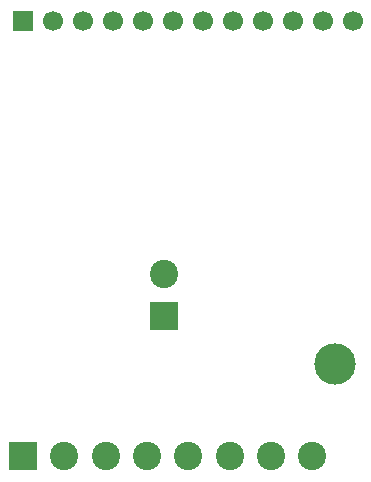
<source format=gbr>
G04 DipTrace 4.0.0.2*
G04 BottomMask.gbr*
%MOIN*%
G04 #@! TF.FileFunction,Soldermask,Bot*
G04 #@! TF.Part,Single*
%ADD32C,0.137795*%
%ADD42C,0.066935*%
%ADD44R,0.066935X0.066935*%
%ADD46C,0.094494*%
%ADD48R,0.094494X0.094494*%
%FSLAX26Y26*%
G04*
G70*
G90*
G75*
G01*
G04 BotMask*
%LPD*%
D48*
X80807Y125000D3*
D46*
X218602D3*
X356398D3*
X494193D3*
X631988D3*
X769783D3*
X907579D3*
X1045374D3*
D44*
X79916Y1574803D3*
D42*
X179916D3*
X279916D3*
X379916D3*
X479916D3*
X579916D3*
X679916D3*
X779916D3*
X879907D3*
X979907D3*
X1079907D3*
X1179907D3*
D32*
X1122047Y433071D3*
D48*
X550000Y593455D3*
D46*
Y731251D3*
M02*

</source>
